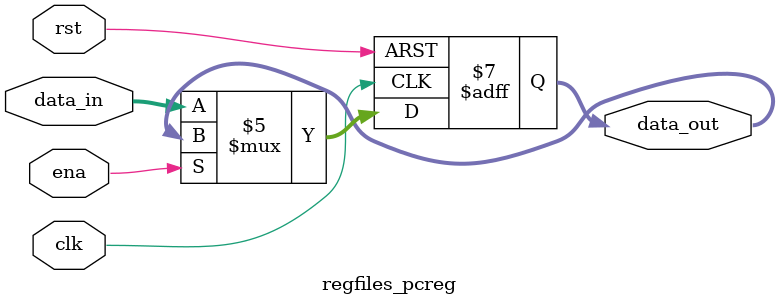
<source format=v>
`timescale 1ns / 1ps
module Regfiles(
			input  clk, //¼Ä´æÆ÷×éÊ±ÖÓÐÅºÅ£¬ÏÂ½µÑØÐ´ÈëÊý¾Ý£¨×¢Òâ£ºpc ÎªÉÏÉýÑØ£¬ ´ËÎªÏÂ½µÑØ£©
			input  rst, //reset ÐÅºÅ£¬reset ÓÐÐ§Ê±È«²¿¼Ä´æÆ÷ÖÃÁã
			input  we,  //Ð´ÓÐÐ§ÐÅºÅ£¬we ÓÐÐ§Ê±¼Ä´æÆ÷²ÅÄÜ±»Ð´Èë
			input  [4:0]  regfiles_inRsc, //ËùÐè¶ÁÈ¡µÄ¼Ä´æÆ÷µÄµØÖ·
			input  [4:0]  regfiles_inRtc, //ËùÐè¶ÁÈ¡µÄ¼Ä´æÆ÷µÄµØÖ·
			input  [4:0]  waddr,  //Ð´¼Ä´æÆ÷µÄµØÖ·
			input  [31:0] wdata,  //Ð´¼Ä´æÆ÷Êý¾Ý
			output [31:0] regfiles_outmux2, //raddr1 Ëù¶ÔÓ¦¼Ä´æÆ÷µÄÊý¾Ý£¬Ö»ÒªÓÐ raddr1 µÄÊäÈë¼´Êä³ö ÏàÓ¦Êý¾Ý
			output [31:0] regfiles_outmux4, //raddr1 Ëù¶ÔÓ¦¼Ä´æÆ÷µÄÊý¾Ý£¬Ö»ÒªÓÐ raddr1 µÄÊäÈë¼´Êä³ö ÏàÓ¦Êý¾Ý
			output [31:0] regfiles_outmux6, //raddr2 Ëù¶ÔÓ¦¼Ä´æÆ÷µÄÊý¾Ý£¬Ö»ÒªÓÐ raddr2 µÄÊäÈë¼´Êä³ö ÏàÓ¦Êý¾Ý
			output [31:0] regfiles_outdmem, //raddr2 Ëù¶ÔÓ¦¼Ä´æÆ÷µÄÊý¾Ý£¬Ö»ÒªÓÐ raddr2 µÄÊäÈë¼´Êä³ö ÏàÓ¦Êý¾Ý
			output [31:0] shuma
		);

		wire [31:0] waddr_32;
		wire [31:0] rdata[0:31];
		
		assign shuma = rdata[17];
		
		regfiles_decoder _dregfiles_ecoder(.data_in(waddr), .ena(we), .data_out(waddr_32));
		regfiles_pcreg   r0 (.clk(clk), .rst(rst), .ena(waddr_32[0]),  .data_in(wdata), .data_out(rdata[0]));
		regfiles_pcreg   r1 (.clk(clk), .rst(rst), .ena(waddr_32[1]),  .data_in(wdata), .data_out(rdata[1]));
		regfiles_pcreg   r2 (.clk(clk), .rst(rst), .ena(waddr_32[2]),  .data_in(wdata), .data_out(rdata[2]));
		regfiles_pcreg   r3 (.clk(clk), .rst(rst), .ena(waddr_32[3]),  .data_in(wdata), .data_out(rdata[3]));
		regfiles_pcreg   r4 (.clk(clk), .rst(rst), .ena(waddr_32[4]),  .data_in(wdata), .data_out(rdata[4]));
		regfiles_pcreg   r5 (.clk(clk), .rst(rst), .ena(waddr_32[5]),  .data_in(wdata), .data_out(rdata[5]));
		regfiles_pcreg   r6 (.clk(clk), .rst(rst), .ena(waddr_32[6]),  .data_in(wdata), .data_out(rdata[6]));
		regfiles_pcreg   r7 (.clk(clk), .rst(rst), .ena(waddr_32[7]),  .data_in(wdata), .data_out(rdata[7]));
		regfiles_pcreg   r8 (.clk(clk), .rst(rst), .ena(waddr_32[8]),  .data_in(wdata), .data_out(rdata[8]));
		regfiles_pcreg   r9 (.clk(clk), .rst(rst), .ena(waddr_32[9]),  .data_in(wdata), .data_out(rdata[9]));
		regfiles_pcreg   r10(.clk(clk), .rst(rst), .ena(waddr_32[10]), .data_in(wdata), .data_out(rdata[10]));
		regfiles_pcreg   r11(.clk(clk), .rst(rst), .ena(waddr_32[11]), .data_in(wdata), .data_out(rdata[11]));
		regfiles_pcreg   r12(.clk(clk), .rst(rst), .ena(waddr_32[12]), .data_in(wdata), .data_out(rdata[12]));
		regfiles_pcreg   r13(.clk(clk), .rst(rst), .ena(waddr_32[13]), .data_in(wdata), .data_out(rdata[13]));
		regfiles_pcreg   r14(.clk(clk), .rst(rst), .ena(waddr_32[14]), .data_in(wdata), .data_out(rdata[14]));
		regfiles_pcreg   r15(.clk(clk), .rst(rst), .ena(waddr_32[15]), .data_in(wdata), .data_out(rdata[15]));
		regfiles_pcreg   r16(.clk(clk), .rst(rst), .ena(waddr_32[16]), .data_in(wdata), .data_out(rdata[16]));
		regfiles_pcreg   r17(.clk(clk), .rst(rst), .ena(waddr_32[17]), .data_in(wdata), .data_out(rdata[17]));
		regfiles_pcreg   r18(.clk(clk), .rst(rst), .ena(waddr_32[18]), .data_in(wdata), .data_out(rdata[18]));
		regfiles_pcreg   r19(.clk(clk), .rst(rst), .ena(waddr_32[19]), .data_in(wdata), .data_out(rdata[19]));
		regfiles_pcreg   r20(.clk(clk), .rst(rst), .ena(waddr_32[20]), .data_in(wdata), .data_out(rdata[20]));
		regfiles_pcreg   r21(.clk(clk), .rst(rst), .ena(waddr_32[21]), .data_in(wdata), .data_out(rdata[21]));
		regfiles_pcreg   r22(.clk(clk), .rst(rst), .ena(waddr_32[22]), .data_in(wdata), .data_out(rdata[22]));
		regfiles_pcreg   r23(.clk(clk), .rst(rst), .ena(waddr_32[23]), .data_in(wdata), .data_out(rdata[23]));
		regfiles_pcreg   r24(.clk(clk), .rst(rst), .ena(waddr_32[24]), .data_in(wdata), .data_out(rdata[24]));
		regfiles_pcreg   r25(.clk(clk), .rst(rst), .ena(waddr_32[25]), .data_in(wdata), .data_out(rdata[25]));
		regfiles_pcreg   r26(.clk(clk), .rst(rst), .ena(waddr_32[26]), .data_in(wdata), .data_out(rdata[26]));
		regfiles_pcreg   r27(.clk(clk), .rst(rst), .ena(waddr_32[27]), .data_in(wdata), .data_out(rdata[27]));
		regfiles_pcreg   r28(.clk(clk), .rst(rst), .ena(waddr_32[28]), .data_in(wdata), .data_out(rdata[28]));
		regfiles_pcreg   r29(.clk(clk), .rst(rst), .ena(waddr_32[29]), .data_in(wdata), .data_out(rdata[29]));
		regfiles_pcreg   r30(.clk(clk), .rst(rst), .ena(waddr_32[30]), .data_in(wdata), .data_out(rdata[30]));
		regfiles_pcreg   r31(.clk(clk), .rst(rst), .ena(waddr_32[31]), .data_in(wdata), .data_out(rdata[31]));
		regfiles_mux     _regfiles_mux1(.data0(rdata[0]), .data1(rdata[1]), .data2(rdata[2]), .data3(rdata[3]), .data4(rdata[4]), .data5(rdata[5]), .data6(rdata[6]), .data7(rdata[7]), .data8(rdata[8]), .data9(rdata[9]), .data10(rdata[10]), .data11(rdata[11]), .data12(rdata[12]), .data13(rdata[13]), .data14(rdata[14]), .data15(rdata[15]), .data16(rdata[16]), .data17(rdata[17]), .data18(rdata[18]), .data19(rdata[19]), .data20(rdata[20]), .data21(rdata[21]), .data22(rdata[22]), .data23(rdata[23]), .data24(rdata[24]), .data25(rdata[25]), .data26(rdata[26]), .data27(rdata[27]), .data28(rdata[28]), .data29(rdata[29]), .data30(rdata[30]), .data31(rdata[31]), .s(regfiles_inRsc), .r1(regfiles_outmux2), .r2(regfiles_outmux4));
		regfiles_mux     _regfiles_mux2(.data0(rdata[0]), .data1(rdata[1]), .data2(rdata[2]), .data3(rdata[3]), .data4(rdata[4]), .data5(rdata[5]), .data6(rdata[6]), .data7(rdata[7]), .data8(rdata[8]), .data9(rdata[9]), .data10(rdata[10]), .data11(rdata[11]), .data12(rdata[12]), .data13(rdata[13]), .data14(rdata[14]), .data15(rdata[15]), .data16(rdata[16]), .data17(rdata[17]), .data18(rdata[18]), .data19(rdata[19]), .data20(rdata[20]), .data21(rdata[21]), .data22(rdata[22]), .data23(rdata[23]), .data24(rdata[24]), .data25(rdata[25]), .data26(rdata[26]), .data27(rdata[27]), .data28(rdata[28]), .data29(rdata[29]), .data30(rdata[30]), .data31(rdata[31]), .s(regfiles_inRtc), .r1(regfiles_outmux6), .r2(regfiles_outdmem));

endmodule

module regfiles_decoder(
    input  [4:0] data_in, //Ð´¼Ä´æÆ÷µÄµØÖ·
    input  ena,
    output [31:0] data_out
    );

	 reg [31:0] data_temp;
	 assign data_out = data_temp;

	 always @(ena or data_in) begin
		if (ena == 1)
			case (data_in)
				5'b00000:
					data_temp = 32'b11111111111111111111111111111111;
				5'b00001:
					data_temp = 32'b11111111111111111111111111111101;
				5'b00010:
					data_temp = 32'b11111111111111111111111111111011;
				5'b00011:
					data_temp = 32'b11111111111111111111111111110111;
				5'b00100:
					data_temp = 32'b11111111111111111111111111101111;
				5'b00101:
					data_temp = 32'b11111111111111111111111111011111;
				5'b00110:
					data_temp = 32'b11111111111111111111111110111111;
				5'b00111:
					data_temp = 32'b11111111111111111111111101111111;
				5'b01000:
					data_temp = 32'b11111111111111111111111011111111;
				5'b01001:
					data_temp = 32'b11111111111111111111110111111111;
				5'b01010:
					data_temp = 32'b11111111111111111111101111111111;
				5'b01011:
					data_temp = 32'b11111111111111111111011111111111;
				5'b01100:
					data_temp = 32'b11111111111111111110111111111111;
				5'b01101:
					data_temp = 32'b11111111111111111101111111111111;
				5'b01110:
					data_temp = 32'b11111111111111111011111111111111;
				5'b01111:
					data_temp = 32'b11111111111111110111111111111111;
				5'b10000:
					data_temp = 32'b11111111111111101111111111111111;
				5'b10001:
					data_temp = 32'b11111111111111011111111111111111;
				5'b10010:
					data_temp = 32'b11111111111110111111111111111111;
				5'b10011:
					data_temp = 32'b11111111111101111111111111111111;
				5'b10100:
					data_temp = 32'b11111111111011111111111111111111;
				5'b10101:
					data_temp = 32'b11111111110111111111111111111111;
				5'b10110:
					data_temp = 32'b11111111101111111111111111111111;
				5'b10111:
					data_temp = 32'b11111111011111111111111111111111;
				5'b11000:
					data_temp = 32'b11111110111111111111111111111111;
				5'b11001:
					data_temp = 32'b11111101111111111111111111111111;
				5'b11010:
					data_temp = 32'b11111011111111111111111111111111;
				5'b11011:
					data_temp = 32'b11110111111111111111111111111111;
				5'b11100:
					data_temp = 32'b11101111111111111111111111111111;
				5'b11101:
					data_temp = 32'b11011111111111111111111111111111;
				5'b11110:
					data_temp = 32'b10111111111111111111111111111111;
				5'b11111:
					data_temp = 32'b01111111111111111111111111111111;
				default:
					data_temp = 32'b11111111111111111111111111111111;
			endcase
		else
			data_temp = 32'b11111111111111111111111111111111;
	 end
endmodule

module regfiles_mux(
	input  [31:0] data0,
	input  [31:0] data1,
	input  [31:0] data2,
	input  [31:0] data3,
	input  [31:0] data4,
	input  [31:0] data5,
	input  [31:0] data6,
	input  [31:0] data7,
	input  [31:0] data8,
	input  [31:0] data9,
	input  [31:0] data10,
	input  [31:0] data11,
	input  [31:0] data12,
	input  [31:0] data13,
	input  [31:0] data14,
	input  [31:0] data15,
	input  [31:0] data16,
	input  [31:0] data17,
	input  [31:0] data18,
	input  [31:0] data19,
	input  [31:0] data20,
	input  [31:0] data21,
	input  [31:0] data22,
	input  [31:0] data23,
	input  [31:0] data24,
	input  [31:0] data25,
	input  [31:0] data26,
	input  [31:0] data27,
	input  [31:0] data28,
	input  [31:0] data29,
	input  [31:0] data30,
	input  [31:0] data31,
	input  [4:0]  s,  // 5 Î»ÊäÈë
	output [31:0] r1,   // 32 Î»Êä³ö£¬ÏàÓ¦Î»µÄÖµÓÉ data0-data31, s µÄÖµÈ·¶¨
	output [31:0] r2   // 32 Î»Êä³ö£¬ÏàÓ¦Î»µÄÖµÓÉ data0-data31, s µÄÖµÈ·¶¨
	);

	reg [31:0] r1_temp;
	reg [31:0] r2_temp;
	assign r1 = r1_temp;
	assign r2 = r2_temp;

	always @(*) begin
		case (s)
			5'b00000:
				r1_temp = data0;
			5'b00001:
				r1_temp = data1;
			5'b00010:
				r1_temp = data2;
			5'b00011:
				r1_temp = data3;
			5'b00100:
				r1_temp = data4;
			5'b00101:
				r1_temp = data5;
			5'b00110:
				r1_temp = data6;
			5'b00111:
				r1_temp = data7;
			5'b01000:
				r1_temp = data8;
			5'b01001:
				r1_temp = data9;
			5'b01010:
				r1_temp = data10;
			5'b01011:
				r1_temp = data11;
			5'b01100:
				r1_temp = data12;
			5'b01101:
				r1_temp = data13;
			5'b01110:
				r1_temp = data14;
			5'b01111:
				r1_temp = data15;
			5'b10000:
				r1_temp = data16;
			5'b10001:
				r1_temp = data17;
			5'b10010:
				r1_temp = data18;
			5'b10011:
				r1_temp = data19;
			5'b10100:
				r1_temp = data20;
			5'b10101:
				r1_temp = data21;
			5'b10110:
				r1_temp = data22;
			5'b10111:
				r1_temp = data23;
			5'b11000:
				r1_temp = data24;
			5'b11001:
				r1_temp = data25;
			5'b11010:
				r1_temp = data26;
			5'b11011:
				r1_temp = data27;
			5'b11100:
				r1_temp = data28;
			5'b11101:
				r1_temp = data29;
			5'b11110:
				r1_temp = data30;
			5'b11111:
				r1_temp = data31;
			default:
				r1_temp = r1_temp;
		endcase
		case (s)
			5'b00000:
				r2_temp = data0;
			5'b00001:
				r2_temp = data1;
			5'b00010:
				r2_temp = data2;
			5'b00011:
				r2_temp = data3;
			5'b00100:
				r2_temp = data4;
			5'b00101:
				r2_temp = data5;
			5'b00110:
				r2_temp = data6;
			5'b00111:
				r2_temp = data7;
			5'b01000:
				r2_temp = data8;
			5'b01001:
				r2_temp = data9;
			5'b01010:
				r2_temp = data10;
			5'b01011:
				r2_temp = data11;
			5'b01100:
				r2_temp = data12;
			5'b01101:
				r2_temp = data13;
			5'b01110:
				r2_temp = data14;
			5'b01111:
				r2_temp = data15;
			5'b10000:
				r2_temp = data16;
			5'b10001:
				r2_temp = data17;
			5'b10010:
				r2_temp = data18;
			5'b10011:
				r2_temp = data19;
			5'b10100:
				r2_temp = data20;
			5'b10101:
				r2_temp = data21;
			5'b10110:
				r2_temp = data22;
			5'b10111:
				r2_temp = data23;
			5'b11000:
				r2_temp = data24;
			5'b11001:
				r2_temp = data25;
			5'b11010:
				r2_temp = data26;
			5'b11011:
				r2_temp = data27;
			5'b11100:
				r2_temp = data28;
			5'b11101:
				r2_temp = data29;
			5'b11110:
				r2_temp = data30;
			5'b11111:
				r2_temp = data31;
			default:
				r2_temp = r2_temp;
		endcase
	end
endmodule

module regfiles_pcreg(
	input clk, // 1 Î»ÊäÈë£¬¼Ä´æÆ÷Ê±ÖÓÐÅºÅ£¬ÏÂ½µÑØÊ±Îª PC¼Ä´æÆ÷¸³Öµ
	input rst, // 1 Î»ÊäÈë£¬ÖØÖÃÐÅºÅ£¬¸ßµçÆ½Ê±½« PC ¼Ä´æÆ÷ÇåÁã
	// ×¢£ºµ± ena ÐÅºÅÎÞÐ§Ê±£¬rst Ò²¿ÉÒÔÖØÖÃ¼Ä´æÆ÷
	input ena, // 1 Î»ÊäÈë,ÓÐÐ§ÐÅºÅµÍµçÆ½Ê± PC ¼Ä´æÆ÷¹¤¶ÁÈëdata_in µÄÖµ£¬·ñÔò±£³ÖÔ­ÓÐÊä³ö
	input [31:0] data_in, // 31 Î»ÊäÈë£¬ÊäÈëÊý¾Ý½«±»´æÈë¼Ä´æÆ÷ÄÚ²¿
	output reg [31:0] data_out // 31 Î»Êä³ö£¬¹¤×÷Ê±Ê¼ÖÕÊä³ö PC ¼Ä´æÆ÷ÄÚ²¿´æ´¢µÄÖµ
	);

	always @(negedge clk or posedge rst) begin
		if (rst == 1)
			data_out = 32'b00000000000000000000000000000000;
		else begin
			if (ena == 0)
				data_out = data_in;
			else
				data_out = data_out;
		end
	end
endmodule

</source>
